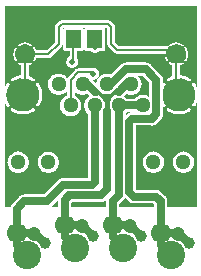
<source format=gbr>
G04 start of page 4 for group 2 idx 13 *
G04 Title: (unknown), jump *
G04 Creator: pcb 4.2.0 *
G04 CreationDate: Sun Aug 30 21:45:36 2020 UTC *
G04 For: commonadmin *
G04 Format: Gerber/RS-274X *
G04 PCB-Dimensions (mil): 11000.00 7000.00 *
G04 PCB-Coordinate-Origin: lower left *
%MOIN*%
%FSLAX25Y25*%
%LNBOTTOM*%
%ADD46C,0.0197*%
%ADD45C,0.0295*%
%ADD44C,0.0787*%
%ADD43C,0.0354*%
%ADD42C,0.0492*%
%ADD41C,0.0100*%
%ADD40C,0.0200*%
%ADD39C,0.0394*%
%ADD38C,0.0472*%
%ADD37C,0.0945*%
%ADD36C,0.0512*%
%ADD35C,0.1102*%
%ADD34C,0.0669*%
%ADD33C,0.0140*%
%ADD32C,0.0160*%
%ADD31C,0.0250*%
%ADD30C,0.0060*%
%ADD29C,0.0001*%
G54D29*G36*
X74487Y674004D02*X74514Y673800D01*
X74528Y673504D01*
X74514Y673208D01*
X74487Y673004D01*
Y674004D01*
G37*
G36*
Y689500D02*X78000D01*
Y662456D01*
X77860Y662789D01*
X77590Y663299D01*
X77277Y663782D01*
X77226Y663844D01*
X77166Y663896D01*
X77099Y663938D01*
X77026Y663969D01*
X76949Y663988D01*
X76869Y663995D01*
X76790Y663990D01*
X76712Y663972D01*
X76639Y663942D01*
X76571Y663901D01*
X76510Y663850D01*
X76457Y663790D01*
X76415Y663723D01*
X76384Y663650D01*
X76365Y663572D01*
X76358Y663493D01*
X76363Y663414D01*
X76381Y663336D01*
X76411Y663263D01*
X76453Y663195D01*
X76722Y662789D01*
X76950Y662359D01*
X77139Y661909D01*
X77287Y661445D01*
X77394Y660970D01*
X77459Y660487D01*
X77480Y660000D01*
X77459Y659513D01*
X77394Y659030D01*
X77287Y658555D01*
X77139Y658091D01*
X76950Y657641D01*
X76722Y657211D01*
X76457Y656802D01*
X76416Y656735D01*
X76386Y656662D01*
X76369Y656585D01*
X76363Y656507D01*
X76370Y656428D01*
X76389Y656352D01*
X76420Y656280D01*
X76462Y656213D01*
X76513Y656154D01*
X76574Y656103D01*
X76641Y656063D01*
X76714Y656033D01*
X76791Y656015D01*
X76869Y656010D01*
X76948Y656017D01*
X77024Y656036D01*
X77096Y656067D01*
X77163Y656109D01*
X77223Y656160D01*
X77272Y656221D01*
X77590Y656701D01*
X77860Y657211D01*
X78000Y657544D01*
Y622500D01*
X74487D01*
Y634086D01*
X74647Y634124D01*
X75164Y634339D01*
X75642Y634631D01*
X76068Y634995D01*
X76432Y635421D01*
X76724Y635899D01*
X76939Y636416D01*
X77069Y636961D01*
X77102Y637520D01*
X77069Y638078D01*
X76939Y638623D01*
X76724Y639140D01*
X76432Y639618D01*
X76068Y640044D01*
X75642Y640408D01*
X75164Y640701D01*
X74647Y640915D01*
X74487Y640953D01*
Y653995D01*
X74758Y654109D01*
X75267Y654378D01*
X75751Y654691D01*
X75812Y654742D01*
X75864Y654802D01*
X75907Y654870D01*
X75938Y654943D01*
X75957Y655020D01*
X75964Y655099D01*
X75958Y655178D01*
X75941Y655256D01*
X75911Y655330D01*
X75870Y655398D01*
X75819Y655459D01*
X75759Y655511D01*
X75691Y655553D01*
X75618Y655584D01*
X75541Y655604D01*
X75462Y655611D01*
X75382Y655605D01*
X75305Y655587D01*
X75231Y655558D01*
X75164Y655515D01*
X74758Y655246D01*
X74487Y655103D01*
Y664897D01*
X74758Y664754D01*
X75167Y664489D01*
X75233Y664447D01*
X75306Y664418D01*
X75383Y664400D01*
X75462Y664395D01*
X75540Y664402D01*
X75616Y664421D01*
X75689Y664451D01*
X75756Y664493D01*
X75815Y664545D01*
X75865Y664605D01*
X75906Y664673D01*
X75935Y664746D01*
X75953Y664822D01*
X75958Y664901D01*
X75952Y664979D01*
X75932Y665056D01*
X75902Y665128D01*
X75860Y665195D01*
X75808Y665254D01*
X75747Y665303D01*
X75267Y665622D01*
X74758Y665891D01*
X74487Y666005D01*
Y671352D01*
X74585Y671500D01*
X74749Y671809D01*
X74885Y672132D01*
X74992Y672465D01*
X75069Y672807D01*
X75116Y673154D01*
X75131Y673504D01*
X75116Y673854D01*
X75069Y674201D01*
X74992Y674543D01*
X74885Y674876D01*
X74749Y675199D01*
X74585Y675508D01*
X74487Y675659D01*
Y689500D01*
G37*
G36*
Y655103D02*X74327Y655018D01*
X73878Y654829D01*
X73538Y654721D01*
Y665279D01*
X73878Y665171D01*
X74327Y664982D01*
X74487Y664897D01*
Y655103D01*
G37*
G36*
Y640953D02*X74102Y641046D01*
X73543Y641090D01*
X73538Y641089D01*
Y653678D01*
X73678Y653710D01*
X74227Y653885D01*
X74487Y653995D01*
Y640953D01*
G37*
G36*
Y622500D02*X73538D01*
Y633950D01*
X73543Y633950D01*
X74102Y633994D01*
X74487Y634086D01*
Y622500D01*
G37*
G36*
X73538Y689500D02*X74487D01*
Y675659D01*
X74394Y675802D01*
X74364Y675839D01*
X74328Y675870D01*
X74287Y675895D01*
X74243Y675914D01*
X74197Y675925D01*
X74149Y675929D01*
X74102Y675926D01*
X74055Y675915D01*
X74011Y675897D01*
X73970Y675873D01*
X73934Y675842D01*
X73902Y675806D01*
X73877Y675765D01*
X73858Y675721D01*
X73847Y675675D01*
X73843Y675627D01*
X73846Y675580D01*
X73857Y675533D01*
X73875Y675489D01*
X73900Y675449D01*
X74065Y675202D01*
X74204Y674940D01*
X74319Y674666D01*
X74410Y674384D01*
X74475Y674094D01*
X74487Y674004D01*
Y673004D01*
X74475Y672913D01*
X74410Y672624D01*
X74319Y672341D01*
X74204Y672068D01*
X74065Y671806D01*
X73903Y671557D01*
X73878Y671517D01*
X73860Y671474D01*
X73849Y671428D01*
X73846Y671380D01*
X73850Y671333D01*
X73862Y671288D01*
X73880Y671244D01*
X73905Y671204D01*
X73936Y671168D01*
X73972Y671138D01*
X74012Y671114D01*
X74056Y671096D01*
X74102Y671085D01*
X74149Y671082D01*
X74196Y671086D01*
X74242Y671097D01*
X74286Y671116D01*
X74326Y671141D01*
X74361Y671171D01*
X74391Y671208D01*
X74487Y671352D01*
Y666005D01*
X74227Y666115D01*
X73678Y666290D01*
X73538Y666322D01*
Y670347D01*
X73547Y670357D01*
X73572Y670398D01*
X73591Y670442D01*
X73602Y670488D01*
X73607Y670536D01*
X73603Y670583D01*
X73592Y670630D01*
X73574Y670674D01*
X73550Y670715D01*
X73538Y670729D01*
Y676284D01*
X73547Y676295D01*
X73571Y676335D01*
X73589Y676379D01*
X73600Y676425D01*
X73603Y676472D01*
X73599Y676519D01*
X73588Y676565D01*
X73569Y676609D01*
X73544Y676649D01*
X73538Y676656D01*
Y689500D01*
G37*
G36*
Y670729D02*X73519Y670751D01*
X73483Y670783D01*
X73442Y670808D01*
X73399Y670827D01*
X73352Y670838D01*
X73305Y670842D01*
X73257Y670839D01*
X73211Y670828D01*
X73166Y670810D01*
X73126Y670785D01*
X72879Y670620D01*
X72617Y670481D01*
X72481Y670424D01*
Y673453D01*
X72485Y673504D01*
X72469Y673708D01*
X72469Y673708D01*
X72433Y673859D01*
X72421Y673907D01*
X72389Y673985D01*
X72343Y674096D01*
X72302Y674164D01*
X72236Y674270D01*
X72236Y674271D01*
X72103Y674426D01*
X72064Y674459D01*
X70640Y675883D01*
X70607Y675922D01*
X70452Y676055D01*
X70452Y676055D01*
X70345Y676120D01*
X70277Y676162D01*
X70166Y676208D01*
X70088Y676240D01*
X70040Y676252D01*
X69889Y676288D01*
X69889Y676288D01*
X69685Y676304D01*
X69634Y676300D01*
X69352D01*
X69483Y676388D01*
X69745Y676527D01*
X70019Y676642D01*
X70301Y676733D01*
X70591Y676798D01*
X70885Y676837D01*
X71181Y676850D01*
X71478Y676837D01*
X71772Y676798D01*
X72061Y676733D01*
X72344Y676642D01*
X72617Y676527D01*
X72879Y676388D01*
X73128Y676226D01*
X73168Y676201D01*
X73212Y676183D01*
X73257Y676172D01*
X73305Y676169D01*
X73352Y676173D01*
X73397Y676184D01*
X73441Y676203D01*
X73481Y676228D01*
X73517Y676259D01*
X73538Y676284D01*
Y670729D01*
G37*
G36*
Y666322D02*X73115Y666416D01*
X72544Y666493D01*
X72481Y666495D01*
Y669776D01*
X72553Y669800D01*
X72876Y669936D01*
X73185Y670100D01*
X73479Y670291D01*
X73516Y670321D01*
X73538Y670347D01*
Y666322D01*
G37*
G36*
Y622500D02*X68219D01*
Y624412D01*
X68225Y624500D01*
X68198Y624853D01*
X68115Y625197D01*
X68075Y625293D01*
X67979Y625525D01*
X67865Y625712D01*
X67794Y625827D01*
X67794Y625827D01*
X67564Y626096D01*
X67497Y626153D01*
X66122Y627529D01*
X66064Y627596D01*
X65795Y627826D01*
X65795Y627826D01*
X65680Y627896D01*
X65493Y628011D01*
X65262Y628107D01*
X65166Y628146D01*
X64822Y628229D01*
X64469Y628257D01*
X64380Y628250D01*
X63498D01*
Y633950D01*
X63504Y633950D01*
X64062Y633994D01*
X64607Y634124D01*
X65125Y634339D01*
X65602Y634631D01*
X66028Y634995D01*
X66392Y635421D01*
X66685Y635899D01*
X66899Y636416D01*
X67030Y636961D01*
X67063Y637520D01*
X67030Y638078D01*
X66899Y638623D01*
X66685Y639140D01*
X66392Y639618D01*
X66028Y640044D01*
X65602Y640408D01*
X65125Y640701D01*
X64607Y640915D01*
X64062Y641046D01*
X63504Y641090D01*
X63498Y641089D01*
Y649813D01*
X63666Y649854D01*
X63993Y649989D01*
X64295Y650174D01*
X64564Y650404D01*
X64622Y650471D01*
X65997Y651847D01*
X66064Y651904D01*
X66294Y652173D01*
X66294Y652173D01*
X66479Y652475D01*
X66615Y652803D01*
X66698Y653147D01*
X66725Y653500D01*
X66719Y653588D01*
Y656150D01*
X66771Y656104D01*
X66838Y656062D01*
X66911Y656031D01*
X66988Y656012D01*
X67068Y656005D01*
X67147Y656010D01*
X67225Y656028D01*
X67298Y656058D01*
X67366Y656099D01*
X67427Y656150D01*
X67480Y656210D01*
X67522Y656277D01*
X67553Y656350D01*
X67572Y656428D01*
X67579Y656507D01*
X67574Y656586D01*
X67556Y656664D01*
X67526Y656737D01*
X67484Y656805D01*
X67215Y657211D01*
X66987Y657641D01*
X66798Y658091D01*
X66719Y658339D01*
Y661661D01*
X66798Y661909D01*
X66987Y662359D01*
X67215Y662789D01*
X67480Y663198D01*
X67521Y663265D01*
X67551Y663338D01*
X67568Y663415D01*
X67574Y663493D01*
X67567Y663572D01*
X67548Y663648D01*
X67517Y663720D01*
X67475Y663787D01*
X67424Y663846D01*
X67363Y663897D01*
X67296Y663937D01*
X67223Y663967D01*
X67146Y663985D01*
X67068Y663990D01*
X66989Y663983D01*
X66913Y663964D01*
X66841Y663933D01*
X66774Y663891D01*
X66719Y663843D01*
Y664912D01*
X66725Y665000D01*
X66698Y665353D01*
X66615Y665697D01*
X66575Y665793D01*
X66479Y666025D01*
X66365Y666212D01*
X66294Y666327D01*
X66294Y666327D01*
X66064Y666596D01*
X65997Y666653D01*
X63498Y669152D01*
Y673700D01*
X67239D01*
X67231Y673504D01*
X67246Y673154D01*
X67293Y672807D01*
X67370Y672465D01*
X67477Y672132D01*
X67613Y671809D01*
X67777Y671500D01*
X67968Y671206D01*
X67998Y671169D01*
X68034Y671138D01*
X68075Y671113D01*
X68119Y671094D01*
X68165Y671083D01*
X68213Y671078D01*
X68260Y671082D01*
X68307Y671093D01*
X68351Y671111D01*
X68392Y671135D01*
X68429Y671166D01*
X68460Y671202D01*
X68485Y671243D01*
X68504Y671287D01*
X68515Y671333D01*
X68519Y671380D01*
X68516Y671428D01*
X68505Y671475D01*
X68487Y671519D01*
X68462Y671559D01*
X68297Y671806D01*
X68158Y672068D01*
X68043Y672341D01*
X67952Y672624D01*
X67887Y672913D01*
X67848Y673208D01*
X67835Y673504D01*
X67843Y673700D01*
X69147D01*
X69881Y672965D01*
Y670424D01*
X69745Y670481D01*
X69483Y670620D01*
X69234Y670782D01*
X69194Y670807D01*
X69151Y670825D01*
X69105Y670836D01*
X69058Y670839D01*
X69011Y670835D01*
X68965Y670823D01*
X68921Y670805D01*
X68881Y670780D01*
X68845Y670749D01*
X68815Y670713D01*
X68791Y670673D01*
X68773Y670629D01*
X68762Y670583D01*
X68759Y670536D01*
X68763Y670489D01*
X68774Y670443D01*
X68793Y670399D01*
X68818Y670359D01*
X68849Y670324D01*
X68885Y670294D01*
X69177Y670100D01*
X69486Y669936D01*
X69809Y669800D01*
X69881Y669776D01*
Y666169D01*
X69710Y666115D01*
X69179Y665891D01*
X68670Y665622D01*
X68186Y665309D01*
X68125Y665258D01*
X68073Y665198D01*
X68030Y665130D01*
X67999Y665057D01*
X67980Y664980D01*
X67973Y664901D01*
X67979Y664822D01*
X67996Y664744D01*
X68026Y664670D01*
X68067Y664602D01*
X68118Y664541D01*
X68178Y664489D01*
X68246Y664447D01*
X68319Y664416D01*
X68396Y664396D01*
X68475Y664389D01*
X68555Y664395D01*
X68632Y664413D01*
X68706Y664442D01*
X68773Y664485D01*
X69179Y664754D01*
X69610Y664982D01*
X69881Y665096D01*
Y660838D01*
X69877Y660787D01*
X69893Y660584D01*
X69893Y660583D01*
X69941Y660384D01*
X70019Y660195D01*
X70060Y660129D01*
X70126Y660021D01*
X70126Y660021D01*
X70259Y659865D01*
X70298Y659832D01*
X71049Y659081D01*
X71202Y658945D01*
X71376Y658838D01*
X71566Y658760D01*
X71765Y658712D01*
X71969Y658696D01*
X72172Y658712D01*
X72371Y658760D01*
X72561Y658838D01*
X72735Y658945D01*
X72891Y659078D01*
X73023Y659234D01*
X73130Y659408D01*
X73209Y659597D01*
X73256Y659796D01*
X73273Y660000D01*
X73256Y660204D01*
X73209Y660403D01*
X73130Y660592D01*
X73023Y660766D01*
X72888Y660919D01*
X72481Y661326D01*
Y665487D01*
X72938Y665426D01*
X73414Y665319D01*
X73538Y665279D01*
Y654721D01*
X73414Y654681D01*
X72938Y654574D01*
X72455Y654510D01*
X71969Y654488D01*
X71482Y654510D01*
X70999Y654574D01*
X70523Y654681D01*
X70059Y654829D01*
X69610Y655018D01*
X69179Y655246D01*
X68770Y655511D01*
X68704Y655553D01*
X68631Y655582D01*
X68554Y655600D01*
X68475Y655605D01*
X68397Y655598D01*
X68321Y655579D01*
X68248Y655549D01*
X68181Y655507D01*
X68122Y655455D01*
X68072Y655395D01*
X68031Y655327D01*
X68002Y655254D01*
X67984Y655178D01*
X67979Y655099D01*
X67985Y655021D01*
X68005Y654944D01*
X68035Y654872D01*
X68077Y654805D01*
X68129Y654746D01*
X68190Y654697D01*
X68670Y654378D01*
X69179Y654109D01*
X69710Y653885D01*
X70259Y653710D01*
X70822Y653584D01*
X71393Y653507D01*
X71969Y653482D01*
X72544Y653507D01*
X73115Y653584D01*
X73538Y653678D01*
Y641089D01*
X72985Y641046D01*
X72440Y640915D01*
X71923Y640701D01*
X71445Y640408D01*
X71019Y640044D01*
X70655Y639618D01*
X70362Y639140D01*
X70148Y638623D01*
X70017Y638078D01*
X69973Y637520D01*
X70017Y636961D01*
X70148Y636416D01*
X70362Y635899D01*
X70655Y635421D01*
X71019Y634995D01*
X71445Y634631D01*
X71923Y634339D01*
X72440Y634124D01*
X72985Y633994D01*
X73538Y633950D01*
Y622500D01*
G37*
G36*
X63498Y689500D02*X73538D01*
Y676656D01*
X73514Y676684D01*
X73477Y676714D01*
X73185Y676908D01*
X72876Y677072D01*
X72553Y677208D01*
X72220Y677315D01*
X71878Y677392D01*
X71531Y677439D01*
X71181Y677454D01*
X70831Y677439D01*
X70484Y677392D01*
X70142Y677315D01*
X69809Y677208D01*
X69486Y677072D01*
X69177Y676908D01*
X68883Y676717D01*
X68846Y676687D01*
X68815Y676651D01*
X68790Y676610D01*
X68771Y676566D01*
X68760Y676520D01*
X68756Y676472D01*
X68759Y676425D01*
X68770Y676378D01*
X68788Y676334D01*
X68808Y676300D01*
X63498D01*
Y689500D01*
G37*
G36*
Y669152D02*X62622Y670029D01*
X62564Y670096D01*
X62295Y670326D01*
X62295Y670326D01*
X62180Y670396D01*
X61993Y670511D01*
X61762Y670607D01*
X61666Y670646D01*
X61322Y670729D01*
X60969Y670757D01*
X60880Y670750D01*
X54557D01*
X54469Y670757D01*
X54115Y670729D01*
X53771Y670646D01*
X53444Y670511D01*
X53142Y670326D01*
X53142Y670326D01*
X52873Y670096D01*
X52815Y670029D01*
X49541Y666754D01*
X49095Y666939D01*
X48551Y667069D01*
X47992Y667113D01*
X47434Y667069D01*
X46889Y666939D01*
X46371Y666724D01*
X45982Y666485D01*
Y674556D01*
X46685Y674557D01*
X46838Y674594D01*
X46983Y674654D01*
X47117Y674736D01*
X47237Y674839D01*
X47339Y674958D01*
X47421Y675093D01*
X47482Y675238D01*
X47518Y675391D01*
X47528Y675548D01*
X47518Y681609D01*
X47482Y681762D01*
X47421Y681907D01*
X47339Y682042D01*
X47237Y682161D01*
X47192Y682200D01*
X47930D01*
X48169Y681962D01*
Y677051D01*
X48164Y677000D01*
X48181Y676796D01*
X48181Y676796D01*
X48228Y676597D01*
X48307Y676408D01*
X48347Y676342D01*
X48414Y676234D01*
X48414Y676233D01*
X48546Y676078D01*
X48585Y676045D01*
X50513Y674117D01*
X50546Y674078D01*
X50702Y673945D01*
X50702Y673945D01*
X50810Y673879D01*
X50876Y673838D01*
X51066Y673760D01*
X51265Y673712D01*
X51265Y673712D01*
X51469Y673696D01*
X51519Y673700D01*
X63498D01*
Y669152D01*
G37*
G36*
Y628250D02*X57900D01*
X57719Y628432D01*
Y649750D01*
X62880D01*
X62969Y649743D01*
X63321Y649771D01*
X63322Y649771D01*
X63498Y649813D01*
Y641089D01*
X62945Y641046D01*
X62401Y640915D01*
X61883Y640701D01*
X61406Y640408D01*
X60980Y640044D01*
X60616Y639618D01*
X60323Y639140D01*
X60109Y638623D01*
X59978Y638078D01*
X59934Y637520D01*
X59978Y636961D01*
X60109Y636416D01*
X60323Y635899D01*
X60616Y635421D01*
X60980Y634995D01*
X61406Y634631D01*
X61883Y634339D01*
X62401Y634124D01*
X62945Y633994D01*
X63498Y633950D01*
Y628250D01*
G37*
G36*
X45982Y689500D02*X63498D01*
Y676300D01*
X52007D01*
X50769Y677538D01*
Y682449D01*
X50773Y682500D01*
X50756Y682704D01*
X50756Y682704D01*
X50720Y682855D01*
X50709Y682903D01*
X50676Y682981D01*
X50630Y683092D01*
X50589Y683160D01*
X50523Y683266D01*
X50523Y683267D01*
X50391Y683422D01*
X50352Y683455D01*
X49424Y684383D01*
X49391Y684422D01*
X49235Y684555D01*
X49235Y684555D01*
X49128Y684620D01*
X49061Y684662D01*
X48950Y684708D01*
X48871Y684740D01*
X48824Y684752D01*
X48672Y684788D01*
X48672Y684788D01*
X48469Y684804D01*
X48418Y684800D01*
X45982D01*
Y689500D01*
G37*
G36*
X20786D02*X45982D01*
Y684800D01*
X33019D01*
X32969Y684804D01*
X32765Y684788D01*
X32566Y684740D01*
X32376Y684662D01*
X32202Y684555D01*
X32202Y684555D01*
X32046Y684422D01*
X32013Y684383D01*
X31085Y683455D01*
X31046Y683422D01*
X30914Y683266D01*
X30807Y683092D01*
X30728Y682903D01*
X30681Y682704D01*
X30681Y682704D01*
X30664Y682500D01*
X30669Y682449D01*
Y677538D01*
X27934Y674804D01*
X24515D01*
X24492Y674876D01*
X24356Y675199D01*
X24191Y675508D01*
X24001Y675802D01*
X23970Y675839D01*
X23934Y675870D01*
X23893Y675895D01*
X23850Y675914D01*
X23803Y675925D01*
X23756Y675929D01*
X23708Y675926D01*
X23662Y675915D01*
X23617Y675897D01*
X23576Y675873D01*
X23540Y675842D01*
X23509Y675806D01*
X23483Y675765D01*
X23465Y675721D01*
X23453Y675675D01*
X23449Y675627D01*
X23453Y675580D01*
X23463Y675533D01*
X23481Y675489D01*
X23507Y675449D01*
X23671Y675202D01*
X23810Y674940D01*
X23867Y674804D01*
X20838D01*
X20787Y674808D01*
X20786Y674808D01*
Y676850D01*
X20787Y676850D01*
X21084Y676837D01*
X21378Y676798D01*
X21667Y676733D01*
X21950Y676642D01*
X22223Y676527D01*
X22485Y676388D01*
X22734Y676226D01*
X22774Y676201D01*
X22818Y676183D01*
X22864Y676172D01*
X22911Y676169D01*
X22958Y676173D01*
X23004Y676184D01*
X23047Y676203D01*
X23087Y676228D01*
X23123Y676259D01*
X23153Y676295D01*
X23178Y676335D01*
X23196Y676379D01*
X23206Y676425D01*
X23210Y676472D01*
X23206Y676519D01*
X23194Y676565D01*
X23176Y676609D01*
X23151Y676649D01*
X23120Y676684D01*
X23083Y676714D01*
X22792Y676908D01*
X22482Y677072D01*
X22160Y677208D01*
X21826Y677315D01*
X21484Y677392D01*
X21137Y677439D01*
X20787Y677454D01*
X20786Y677454D01*
Y689500D01*
G37*
G36*
X25454Y660761D02*X25490Y660487D01*
X25512Y660000D01*
X25490Y659513D01*
X25454Y659239D01*
Y660761D01*
G37*
G36*
X37245Y659770D02*Y661243D01*
X37436Y661019D01*
X37862Y660655D01*
X38340Y660362D01*
X38857Y660148D01*
X39402Y660017D01*
X39961Y659973D01*
X40519Y660017D01*
X41064Y660148D01*
X41470Y660316D01*
X42227Y659559D01*
X41878Y659345D01*
X41452Y658981D01*
X41088Y658555D01*
X40795Y658077D01*
X40581Y657560D01*
X40450Y657015D01*
X40406Y656457D01*
X40450Y655898D01*
X40581Y655353D01*
X40795Y654836D01*
X41088Y654358D01*
X41452Y653932D01*
X41726Y653698D01*
Y632250D01*
X33557D01*
X33469Y632257D01*
X33115Y632229D01*
X32771Y632146D01*
X32444Y632011D01*
X32142Y631826D01*
X32142Y631826D01*
X31873Y631596D01*
X31815Y631529D01*
X27037Y626750D01*
X25454D01*
Y635621D01*
X25576Y635421D01*
X25940Y634995D01*
X26366Y634631D01*
X26844Y634339D01*
X27361Y634124D01*
X27906Y633994D01*
X28465Y633950D01*
X29023Y633994D01*
X29568Y634124D01*
X30085Y634339D01*
X30563Y634631D01*
X30989Y634995D01*
X31353Y635421D01*
X31645Y635899D01*
X31860Y636416D01*
X31991Y636961D01*
X32024Y637520D01*
X31991Y638078D01*
X31860Y638623D01*
X31645Y639140D01*
X31353Y639618D01*
X30989Y640044D01*
X30563Y640408D01*
X30085Y640701D01*
X29568Y640915D01*
X29023Y641046D01*
X28465Y641090D01*
X27906Y641046D01*
X27361Y640915D01*
X26844Y640701D01*
X26366Y640408D01*
X25940Y640044D01*
X25576Y639618D01*
X25454Y639418D01*
Y656448D01*
X25622Y656701D01*
X25891Y657211D01*
X26115Y657742D01*
X26290Y658291D01*
X26416Y658853D01*
X26493Y659424D01*
X26518Y660000D01*
X26493Y660576D01*
X26416Y661147D01*
X26290Y661709D01*
X26115Y662258D01*
X25891Y662789D01*
X25622Y663299D01*
X25454Y663558D01*
Y672204D01*
X28422D01*
X28472Y672200D01*
X28676Y672216D01*
X28676Y672216D01*
X28875Y672264D01*
X29064Y672342D01*
X29239Y672449D01*
X29395Y672582D01*
X29428Y672621D01*
X32852Y676045D01*
X32891Y676078D01*
X33023Y676233D01*
X33023Y676234D01*
X33130Y676408D01*
X33209Y676597D01*
X33256Y676796D01*
X33273Y677000D01*
X33269Y677051D01*
Y681962D01*
X33507Y682200D01*
X33660D01*
X33614Y682161D01*
X33512Y682042D01*
X33430Y681907D01*
X33370Y681762D01*
X33333Y681609D01*
X33324Y681452D01*
X33333Y675391D01*
X33370Y675238D01*
X33430Y675093D01*
X33512Y674958D01*
X33614Y674839D01*
X33734Y674736D01*
X33868Y674654D01*
X34014Y674594D01*
X34167Y674557D01*
X34324Y674548D01*
X35583Y674550D01*
Y672798D01*
X35558Y672788D01*
X35289Y672623D01*
X35050Y672419D01*
X34845Y672179D01*
X34681Y671911D01*
X34561Y671620D01*
X34487Y671314D01*
X34462Y671000D01*
X34487Y670686D01*
X34561Y670380D01*
X34681Y670089D01*
X34845Y669821D01*
X35050Y669581D01*
X35289Y669377D01*
X35558Y669212D01*
X35849Y669092D01*
X36155Y669019D01*
X36469Y668994D01*
X36782Y669019D01*
X37088Y669092D01*
X37379Y669212D01*
X37648Y669377D01*
X37887Y669581D01*
X38092Y669821D01*
X38256Y670089D01*
X38376Y670380D01*
X38450Y670686D01*
X38469Y671000D01*
X38450Y671314D01*
X38376Y671620D01*
X38256Y671911D01*
X38183Y672030D01*
Y674555D01*
X39599Y674557D01*
X39752Y674594D01*
X39897Y674654D01*
X40031Y674736D01*
X40151Y674839D01*
X40253Y674958D01*
X40335Y675093D01*
X40396Y675238D01*
X40426Y675363D01*
X40456Y675238D01*
X40516Y675093D01*
X40598Y674958D01*
X40700Y674839D01*
X40820Y674736D01*
X40954Y674654D01*
X41100Y674594D01*
X41253Y674557D01*
X41410Y674548D01*
X42587Y674550D01*
X42789Y674377D01*
X43058Y674212D01*
X43349Y674092D01*
X43655Y674019D01*
X43969Y673994D01*
X44282Y674019D01*
X44588Y674092D01*
X44879Y674212D01*
X45148Y674377D01*
X45356Y674555D01*
X45982Y674556D01*
Y666485D01*
X45894Y666432D01*
X45468Y666068D01*
X45104Y665642D01*
X44811Y665164D01*
X44597Y664647D01*
X44466Y664102D01*
X44436Y663715D01*
X43251Y664899D01*
X43203Y665015D01*
X43469Y664994D01*
X43782Y665019D01*
X44088Y665092D01*
X44379Y665212D01*
X44648Y665377D01*
X44887Y665581D01*
X45092Y665821D01*
X45256Y666089D01*
X45376Y666380D01*
X45450Y666686D01*
X45469Y667000D01*
X45450Y667314D01*
X45376Y667620D01*
X45256Y667911D01*
X45092Y668179D01*
X44887Y668419D01*
X44648Y668623D01*
X44379Y668788D01*
X44088Y668908D01*
X43782Y668981D01*
X43469Y669006D01*
X43155Y668981D01*
X42849Y668908D01*
X42588Y668800D01*
X38519D01*
X38469Y668804D01*
X38265Y668788D01*
X38066Y668740D01*
X37876Y668662D01*
X37702Y668555D01*
X37702Y668555D01*
X37546Y668422D01*
X37513Y668383D01*
X35062Y665932D01*
X35023Y665898D01*
X34890Y665743D01*
X34823Y665633D01*
X34817Y665642D01*
X34454Y666068D01*
X34028Y666432D01*
X33550Y666724D01*
X33032Y666939D01*
X32488Y667069D01*
X31929Y667113D01*
X31371Y667069D01*
X30826Y666939D01*
X30308Y666724D01*
X29831Y666432D01*
X29405Y666068D01*
X29041Y665642D01*
X28748Y665164D01*
X28534Y664647D01*
X28403Y664102D01*
X28359Y663543D01*
X28403Y662985D01*
X28534Y662440D01*
X28748Y661923D01*
X29041Y661445D01*
X29405Y661019D01*
X29831Y660655D01*
X30308Y660362D01*
X30826Y660148D01*
X31371Y660017D01*
X31929Y659973D01*
X32488Y660017D01*
X33032Y660148D01*
X33550Y660362D01*
X34028Y660655D01*
X34454Y661019D01*
X34645Y661243D01*
Y659770D01*
X34324Y659638D01*
X33846Y659345D01*
X33420Y658981D01*
X33057Y658555D01*
X32764Y658077D01*
X32550Y657560D01*
X32419Y657015D01*
X32375Y656457D01*
X32419Y655898D01*
X32550Y655353D01*
X32764Y654836D01*
X33057Y654358D01*
X33420Y653932D01*
X33846Y653568D01*
X34324Y653276D01*
X34842Y653061D01*
X35386Y652931D01*
X35945Y652887D01*
X36503Y652931D01*
X37048Y653061D01*
X37566Y653276D01*
X38043Y653568D01*
X38469Y653932D01*
X38833Y654358D01*
X39126Y654836D01*
X39340Y655353D01*
X39471Y655898D01*
X39504Y656457D01*
X39471Y657015D01*
X39340Y657560D01*
X39126Y658077D01*
X38833Y658555D01*
X38469Y658981D01*
X38043Y659345D01*
X37566Y659638D01*
X37245Y659770D01*
G37*
G36*
X25454Y626750D02*X20786D01*
Y634855D01*
X20950Y634995D01*
X21313Y635421D01*
X21606Y635899D01*
X21820Y636416D01*
X21951Y636961D01*
X21984Y637520D01*
X21951Y638078D01*
X21820Y638623D01*
X21606Y639140D01*
X21313Y639618D01*
X20950Y640044D01*
X20786Y640184D01*
Y653535D01*
X21147Y653584D01*
X21709Y653710D01*
X22258Y653885D01*
X22789Y654109D01*
X23299Y654378D01*
X23782Y654691D01*
X23844Y654742D01*
X23896Y654802D01*
X23938Y654870D01*
X23969Y654943D01*
X23988Y655020D01*
X23995Y655099D01*
X23990Y655178D01*
X23972Y655256D01*
X23942Y655330D01*
X23901Y655398D01*
X23850Y655459D01*
X23790Y655511D01*
X23723Y655553D01*
X23650Y655584D01*
X23572Y655604D01*
X23493Y655611D01*
X23414Y655605D01*
X23336Y655587D01*
X23263Y655558D01*
X23195Y655515D01*
X22789Y655246D01*
X22359Y655018D01*
X21909Y654829D01*
X21445Y654681D01*
X20970Y654574D01*
X20786Y654550D01*
Y658962D01*
X20919Y659081D01*
X21671Y659832D01*
X21709Y659865D01*
X21842Y660021D01*
X21842Y660021D01*
X21949Y660195D01*
X22028Y660384D01*
X22075Y660583D01*
X22091Y660787D01*
X22087Y660838D01*
Y665096D01*
X22359Y664982D01*
X22789Y664754D01*
X23198Y664489D01*
X23265Y664447D01*
X23338Y664418D01*
X23415Y664400D01*
X23493Y664395D01*
X23572Y664402D01*
X23648Y664421D01*
X23720Y664451D01*
X23787Y664493D01*
X23846Y664545D01*
X23897Y664605D01*
X23937Y664673D01*
X23967Y664746D01*
X23985Y664822D01*
X23990Y664901D01*
X23983Y664979D01*
X23964Y665056D01*
X23933Y665128D01*
X23891Y665195D01*
X23840Y665254D01*
X23779Y665303D01*
X23299Y665622D01*
X22789Y665891D01*
X22258Y666115D01*
X22087Y666169D01*
Y669776D01*
X22160Y669800D01*
X22482Y669936D01*
X22792Y670100D01*
X23085Y670291D01*
X23122Y670321D01*
X23153Y670357D01*
X23179Y670398D01*
X23197Y670442D01*
X23209Y670488D01*
X23213Y670536D01*
X23209Y670583D01*
X23199Y670630D01*
X23181Y670674D01*
X23156Y670715D01*
X23125Y670751D01*
X23089Y670783D01*
X23049Y670808D01*
X23005Y670827D01*
X22958Y670838D01*
X22911Y670842D01*
X22863Y670839D01*
X22817Y670828D01*
X22773Y670810D01*
X22732Y670785D01*
X22485Y670620D01*
X22223Y670481D01*
X22087Y670424D01*
Y672204D01*
X23867D01*
X23810Y672068D01*
X23671Y671806D01*
X23509Y671557D01*
X23484Y671517D01*
X23466Y671474D01*
X23456Y671428D01*
X23452Y671380D01*
X23456Y671333D01*
X23468Y671288D01*
X23486Y671244D01*
X23511Y671204D01*
X23542Y671168D01*
X23578Y671138D01*
X23619Y671114D01*
X23663Y671096D01*
X23708Y671085D01*
X23756Y671082D01*
X23803Y671086D01*
X23848Y671097D01*
X23892Y671116D01*
X23932Y671141D01*
X23968Y671171D01*
X23997Y671208D01*
X24191Y671500D01*
X24356Y671809D01*
X24492Y672132D01*
X24515Y672204D01*
X25454D01*
Y663558D01*
X25309Y663782D01*
X25258Y663844D01*
X25198Y663896D01*
X25130Y663938D01*
X25057Y663969D01*
X24980Y663988D01*
X24901Y663995D01*
X24822Y663990D01*
X24744Y663972D01*
X24670Y663942D01*
X24602Y663901D01*
X24541Y663850D01*
X24489Y663790D01*
X24447Y663723D01*
X24416Y663650D01*
X24396Y663572D01*
X24389Y663493D01*
X24395Y663414D01*
X24413Y663336D01*
X24442Y663263D01*
X24485Y663195D01*
X24754Y662789D01*
X24982Y662359D01*
X25171Y661909D01*
X25319Y661445D01*
X25426Y660970D01*
X25454Y660761D01*
Y659239D01*
X25426Y659030D01*
X25319Y658555D01*
X25171Y658091D01*
X24982Y657641D01*
X24754Y657211D01*
X24489Y656802D01*
X24447Y656735D01*
X24418Y656662D01*
X24400Y656585D01*
X24395Y656507D01*
X24402Y656428D01*
X24421Y656352D01*
X24451Y656280D01*
X24493Y656213D01*
X24545Y656154D01*
X24605Y656103D01*
X24673Y656063D01*
X24746Y656033D01*
X24822Y656015D01*
X24901Y656010D01*
X24979Y656017D01*
X25056Y656036D01*
X25128Y656067D01*
X25195Y656109D01*
X25254Y656160D01*
X25303Y656221D01*
X25454Y656448D01*
Y639418D01*
X25284Y639140D01*
X25069Y638623D01*
X24938Y638078D01*
X24895Y637520D01*
X24938Y636961D01*
X25069Y636416D01*
X25284Y635899D01*
X25454Y635621D01*
Y626750D01*
G37*
G36*
X17481Y653995D02*X17742Y653885D01*
X18291Y653710D01*
X18853Y653584D01*
X19424Y653507D01*
X20000Y653482D01*
X20576Y653507D01*
X20786Y653535D01*
Y640184D01*
X20524Y640408D01*
X20046Y640701D01*
X19528Y640915D01*
X18984Y641046D01*
X18425Y641090D01*
X17867Y641046D01*
X17481Y640953D01*
Y653995D01*
G37*
G36*
Y664897D02*X17641Y664982D01*
X18091Y665171D01*
X18555Y665319D01*
X19030Y665426D01*
X19487Y665487D01*
Y661326D01*
X19081Y660919D01*
X18945Y660766D01*
X18838Y660592D01*
X18760Y660403D01*
X18712Y660204D01*
X18696Y660000D01*
X18712Y659796D01*
X18760Y659597D01*
X18838Y659408D01*
X18945Y659234D01*
X19078Y659078D01*
X19234Y658945D01*
X19408Y658838D01*
X19597Y658760D01*
X19796Y658712D01*
X20000Y658696D01*
X20204Y658712D01*
X20403Y658760D01*
X20592Y658838D01*
X20766Y658945D01*
X20786Y658962D01*
Y654550D01*
X20487Y654510D01*
X20000Y654488D01*
X19513Y654510D01*
X19030Y654574D01*
X18555Y654681D01*
X18091Y654829D01*
X17641Y655018D01*
X17481Y655103D01*
Y664897D01*
G37*
G36*
Y689500D02*X20786D01*
Y677454D01*
X20437Y677439D01*
X20090Y677392D01*
X19749Y677315D01*
X19415Y677208D01*
X19092Y677072D01*
X18783Y676908D01*
X18489Y676717D01*
X18453Y676687D01*
X18421Y676651D01*
X18396Y676610D01*
X18378Y676566D01*
X18366Y676520D01*
X18362Y676472D01*
X18365Y676425D01*
X18376Y676378D01*
X18394Y676334D01*
X18419Y676293D01*
X18449Y676256D01*
X18485Y676225D01*
X18526Y676200D01*
X18570Y676181D01*
X18616Y676170D01*
X18664Y676166D01*
X18711Y676169D01*
X18758Y676180D01*
X18802Y676198D01*
X18843Y676223D01*
X19089Y676388D01*
X19352Y676527D01*
X19625Y676642D01*
X19907Y676733D01*
X20197Y676798D01*
X20491Y676837D01*
X20786Y676850D01*
Y674808D01*
X20583Y674792D01*
X20384Y674744D01*
X20195Y674666D01*
X20021Y674559D01*
X19865Y674426D01*
X19732Y674270D01*
X19626Y674096D01*
X19547Y673907D01*
X19499Y673708D01*
X19483Y673504D01*
X19487Y673453D01*
Y670424D01*
X19352Y670481D01*
X19089Y670620D01*
X18841Y670782D01*
X18801Y670807D01*
X18757Y670825D01*
X18711Y670836D01*
X18664Y670839D01*
X18617Y670835D01*
X18571Y670823D01*
X18528Y670805D01*
X18487Y670780D01*
X18452Y670749D01*
X18421Y670713D01*
X18397Y670673D01*
X18379Y670629D01*
X18369Y670583D01*
X18365Y670536D01*
X18369Y670489D01*
X18381Y670443D01*
X18399Y670399D01*
X18424Y670359D01*
X18455Y670324D01*
X18492Y670294D01*
X18783Y670100D01*
X19092Y669936D01*
X19415Y669800D01*
X19487Y669776D01*
Y666495D01*
X19424Y666493D01*
X18853Y666416D01*
X18291Y666290D01*
X17742Y666115D01*
X17481Y666005D01*
Y671349D01*
X17574Y671206D01*
X17605Y671169D01*
X17641Y671138D01*
X17681Y671113D01*
X17725Y671094D01*
X17772Y671083D01*
X17819Y671078D01*
X17867Y671082D01*
X17913Y671093D01*
X17958Y671111D01*
X17998Y671135D01*
X18035Y671166D01*
X18066Y671202D01*
X18091Y671243D01*
X18110Y671287D01*
X18122Y671333D01*
X18126Y671380D01*
X18122Y671428D01*
X18111Y671475D01*
X18094Y671519D01*
X18068Y671559D01*
X17904Y671806D01*
X17765Y672068D01*
X17649Y672341D01*
X17559Y672624D01*
X17493Y672913D01*
X17481Y673004D01*
Y674004D01*
X17493Y674094D01*
X17559Y674384D01*
X17649Y674666D01*
X17765Y674940D01*
X17904Y675202D01*
X18065Y675451D01*
X18091Y675491D01*
X18108Y675534D01*
X18119Y675580D01*
X18122Y675627D01*
X18118Y675674D01*
X18107Y675720D01*
X18089Y675764D01*
X18064Y675804D01*
X18033Y675840D01*
X17996Y675870D01*
X17956Y675894D01*
X17912Y675912D01*
X17866Y675923D01*
X17819Y675926D01*
X17772Y675922D01*
X17726Y675911D01*
X17683Y675892D01*
X17643Y675867D01*
X17607Y675836D01*
X17577Y675800D01*
X17481Y675655D01*
Y689500D01*
G37*
G36*
X20786Y626750D02*X20557D01*
X20469Y626757D01*
X20115Y626729D01*
X19771Y626646D01*
X19444Y626511D01*
X19142Y626326D01*
X19142Y626326D01*
X18873Y626096D01*
X18815Y626029D01*
X17481Y624695D01*
Y634086D01*
X17867Y633994D01*
X18425Y633950D01*
X18984Y633994D01*
X19528Y634124D01*
X20046Y634339D01*
X20524Y634631D01*
X20786Y634855D01*
Y626750D01*
G37*
G36*
X17481Y673004D02*X17454Y673208D01*
X17441Y673504D01*
X17454Y673800D01*
X17481Y674004D01*
Y673004D01*
G37*
G36*
Y624695D02*X16440Y623653D01*
X16373Y623596D01*
X16143Y623327D01*
X15958Y623025D01*
X15822Y622697D01*
X15775Y622500D01*
X14000D01*
Y657469D01*
X14109Y657211D01*
X14378Y656701D01*
X14691Y656218D01*
X14742Y656156D01*
X14802Y656104D01*
X14870Y656062D01*
X14943Y656031D01*
X15020Y656012D01*
X15099Y656005D01*
X15178Y656010D01*
X15256Y656028D01*
X15330Y656058D01*
X15398Y656099D01*
X15459Y656150D01*
X15511Y656210D01*
X15553Y656277D01*
X15584Y656350D01*
X15604Y656428D01*
X15611Y656507D01*
X15605Y656586D01*
X15587Y656664D01*
X15558Y656737D01*
X15515Y656805D01*
X15246Y657211D01*
X15018Y657641D01*
X14829Y658091D01*
X14681Y658555D01*
X14574Y659030D01*
X14510Y659513D01*
X14488Y660000D01*
X14510Y660487D01*
X14574Y660970D01*
X14681Y661445D01*
X14829Y661909D01*
X15018Y662359D01*
X15246Y662789D01*
X15511Y663198D01*
X15553Y663265D01*
X15582Y663338D01*
X15600Y663415D01*
X15605Y663493D01*
X15598Y663572D01*
X15579Y663648D01*
X15549Y663720D01*
X15507Y663787D01*
X15455Y663846D01*
X15395Y663897D01*
X15327Y663937D01*
X15254Y663967D01*
X15178Y663985D01*
X15099Y663990D01*
X15021Y663983D01*
X14944Y663964D01*
X14872Y663933D01*
X14805Y663891D01*
X14746Y663840D01*
X14697Y663779D01*
X14378Y663299D01*
X14109Y662789D01*
X14000Y662531D01*
Y689500D01*
X17481D01*
Y675655D01*
X17383Y675508D01*
X17219Y675199D01*
X17083Y674876D01*
X16976Y674543D01*
X16899Y674201D01*
X16853Y673854D01*
X16837Y673504D01*
X16853Y673154D01*
X16899Y672807D01*
X16976Y672465D01*
X17083Y672132D01*
X17219Y671809D01*
X17383Y671500D01*
X17481Y671349D01*
Y666005D01*
X17211Y665891D01*
X16701Y665622D01*
X16218Y665309D01*
X16156Y665258D01*
X16104Y665198D01*
X16062Y665130D01*
X16031Y665057D01*
X16012Y664980D01*
X16005Y664901D01*
X16010Y664822D01*
X16028Y664744D01*
X16058Y664670D01*
X16099Y664602D01*
X16150Y664541D01*
X16210Y664489D01*
X16277Y664447D01*
X16350Y664416D01*
X16428Y664396D01*
X16507Y664389D01*
X16586Y664395D01*
X16664Y664413D01*
X16737Y664442D01*
X16805Y664485D01*
X17211Y664754D01*
X17481Y664897D01*
Y655103D01*
X17211Y655246D01*
X16802Y655511D01*
X16735Y655553D01*
X16662Y655582D01*
X16585Y655600D01*
X16507Y655605D01*
X16428Y655598D01*
X16352Y655579D01*
X16280Y655549D01*
X16213Y655507D01*
X16154Y655455D01*
X16103Y655395D01*
X16063Y655327D01*
X16033Y655254D01*
X16015Y655178D01*
X16010Y655099D01*
X16017Y655021D01*
X16036Y654944D01*
X16067Y654872D01*
X16109Y654805D01*
X16160Y654746D01*
X16221Y654697D01*
X16701Y654378D01*
X17211Y654109D01*
X17481Y653995D01*
Y640953D01*
X17322Y640915D01*
X16804Y640701D01*
X16327Y640408D01*
X15901Y640044D01*
X15537Y639618D01*
X15244Y639140D01*
X15030Y638623D01*
X14899Y638078D01*
X14855Y637520D01*
X14899Y636961D01*
X15030Y636416D01*
X15244Y635899D01*
X15537Y635421D01*
X15901Y634995D01*
X16327Y634631D01*
X16804Y634339D01*
X17322Y634124D01*
X17481Y634086D01*
Y624695D01*
G37*
G36*
X45719Y629432D02*X45037Y628750D01*
X44900D01*
X45505Y629355D01*
X45572Y629412D01*
X45719Y629583D01*
Y629432D01*
G37*
G36*
X47719Y622500D02*X36175D01*
Y624025D01*
X36400Y624250D01*
X45880D01*
X45969Y624243D01*
X46321Y624271D01*
X46322Y624271D01*
X46666Y624354D01*
X46993Y624489D01*
X47295Y624674D01*
X47564Y624904D01*
X47622Y624971D01*
X47814Y625163D01*
X47739Y624853D01*
X47739Y624853D01*
X47712Y624500D01*
X47719Y624412D01*
Y622500D01*
G37*
G36*
X63719D02*X52219D01*
Y623568D01*
X53536Y624886D01*
X53604Y624943D01*
X53834Y625213D01*
X53834Y625213D01*
X54019Y625515D01*
X54093Y625694D01*
X55315Y624471D01*
X55373Y624404D01*
X55642Y624174D01*
X55642Y624174D01*
X55829Y624059D01*
X55944Y623989D01*
X56271Y623854D01*
X56615Y623771D01*
X56615D01*
X56969Y623743D01*
X57057Y623750D01*
X63537D01*
X63719Y623568D01*
Y622500D01*
G37*
G36*
X31675D02*X29011D01*
X29295Y622674D01*
X29564Y622904D01*
X29622Y622971D01*
X31673Y625023D01*
X31668Y624957D01*
X31675Y624869D01*
Y622500D01*
G37*
G36*
X54767Y654207D02*X56022D01*
X55771Y654146D01*
X55444Y654011D01*
X55142Y653826D01*
X55142Y653826D01*
X54873Y653596D01*
X54815Y653529D01*
X54258Y652971D01*
Y653698D01*
X54532Y653932D01*
X54767Y654207D01*
G37*
G36*
X62219Y664068D02*Y659276D01*
X62138Y659345D01*
X61660Y659638D01*
X61143Y659852D01*
X60598Y659983D01*
X60039Y660027D01*
X59481Y659983D01*
X58936Y659852D01*
X58419Y659638D01*
X57941Y659345D01*
X57515Y658981D01*
X57281Y658707D01*
X54767D01*
X54532Y658981D01*
X54106Y659345D01*
X53728Y659577D01*
X54481Y660330D01*
X54920Y660148D01*
X55465Y660017D01*
X56024Y659973D01*
X56582Y660017D01*
X57127Y660148D01*
X57644Y660362D01*
X58122Y660655D01*
X58548Y661019D01*
X58912Y661445D01*
X59205Y661923D01*
X59419Y662440D01*
X59550Y662985D01*
X59583Y663543D01*
X59550Y664102D01*
X59419Y664647D01*
X59205Y665164D01*
X58912Y665642D01*
X58548Y666068D01*
X58335Y666250D01*
X60037D01*
X62219Y664068D01*
G37*
G36*
X40746Y682200D02*X40700Y682161D01*
X40598Y682042D01*
X40516Y681907D01*
X40456Y681762D01*
X40426Y681637D01*
X40396Y681762D01*
X40335Y681907D01*
X40253Y682042D01*
X40151Y682161D01*
X40106Y682200D01*
X40746D01*
G37*
G54D30*X20787Y673504D02*Y660787D01*
X20000Y660000D01*
X35945Y656457D02*Y664976D01*
X38469Y667500D01*
X42969D01*
X43469Y667000D01*
G54D31*X39961Y663543D02*X41425D01*
G54D30*X20787Y673504D02*X28472D01*
X31969Y677000D01*
Y682500D01*
X32969Y683500D01*
X36883Y678500D02*Y671414D01*
X36469Y671000D01*
X71181Y673504D02*Y660787D01*
X69685Y675000D02*X71181Y673504D01*
Y660787D02*X71969Y660000D01*
G54D31*X64469Y665000D02*Y653500D01*
X62969Y652000D01*
X60039Y656457D02*X52008D01*
X62969Y652000D02*X56469D01*
X55469Y651000D01*
X43976Y656457D02*Y631008D01*
X42969Y630000D01*
X47969Y628500D02*Y654500D01*
G54D32*X47961Y658043D02*Y652543D01*
G54D31*X42969Y630000D02*X33469D01*
X35469Y626500D02*X45969D01*
X47969Y628500D01*
X33469Y630000D02*X27969Y624500D01*
X33925Y624957D02*X35469Y626500D01*
X55469Y651000D02*Y627500D01*
X56969Y626000D01*
X64469D01*
X65969Y624500D01*
X52008Y656457D02*Y626539D01*
X49969Y624500D01*
G54D30*X43969Y676000D02*Y678500D01*
X32969Y683500D02*X48469D01*
X49469Y682500D01*
Y677000D01*
X51469Y675000D01*
X69685D01*
G54D31*X41425Y663543D02*X43969Y661000D01*
G54D32*X43961Y660543D02*X44461D01*
G54D31*X56024Y663543D02*X54512D01*
X49512D02*X54469Y668500D01*
X60969D01*
X64469Y665000D01*
X54512Y663543D02*X51969Y661000D01*
X47992Y663543D02*X49512D01*
X47969Y658500D02*Y659000D01*
G54D33*X47961Y659543D02*X49461D01*
X51461Y661543D01*
X51961Y660543D02*X50461D01*
X44976Y661043D02*X45976Y660043D01*
Y660028D02*X47961Y658043D01*
G54D32*Y659543D02*X46961D01*
G54D31*X71831Y613587D02*X72224D01*
X75374Y610437D01*
X65925Y613980D02*X71488D01*
X65969D02*Y610000D01*
X69469Y606500D01*
X65969Y624500D02*Y614024D01*
X65925Y613980D01*
X39831Y616087D02*X40224D01*
X55831D02*X56224D01*
X59374Y612937D01*
X49925Y616480D02*X55488D01*
X49969Y612500D02*X53469Y609000D01*
X40224Y616087D02*X43374Y612937D01*
X33969Y612500D02*X37469Y609000D01*
X49969Y612500D02*Y624500D01*
X33925Y616480D02*Y624957D01*
X23831Y613587D02*X24224D01*
X27374Y610437D01*
X23488Y613980D02*X23882Y613587D01*
X33925Y616480D02*X39488D01*
X33969D02*Y612500D01*
X27969Y624500D02*X20469D01*
X17969Y622000D01*
Y614024D01*
X17925Y613980D02*X23488D01*
X17969D02*Y610000D01*
X21469Y606500D01*
X17969Y614024D02*X17925Y613980D01*
G54D34*X33925Y616480D03*
X20787Y673504D03*
G54D35*X20000Y660000D03*
G54D36*X31929Y663543D03*
X18425Y637520D03*
X28465D03*
X63504D03*
X73543D03*
G54D34*X71181Y673504D03*
G54D35*X71969Y660000D03*
G54D36*X47992Y663543D03*
X56024D03*
X39961D03*
X43976Y656457D03*
X35945D03*
X52008D03*
X60039D03*
G54D37*X69469Y606500D03*
G54D34*X65925Y613980D03*
G54D38*X71831Y613587D03*
G54D37*X53469Y609000D03*
G54D34*X49925Y616480D03*
G54D38*X55831Y616087D03*
G54D39*X59374Y612937D03*
X75374Y610437D03*
G54D37*X37469Y609000D03*
X21469Y606500D03*
G54D34*X17925Y613980D03*
G54D38*X23831Y613587D03*
G54D39*X27374Y610437D03*
G54D38*X39831Y616087D03*
G54D39*X43374Y612937D03*
G54D29*G36*
X39442Y681452D02*X34324D01*
Y675548D01*
X39442D01*
Y681452D01*
G37*
G36*
X46528D02*X41410D01*
Y675548D01*
X46528D01*
Y681452D01*
G37*
G54D40*X43469Y667000D03*
X36469Y671000D03*
X43969Y676000D03*
G54D41*G54D42*G54D36*G54D37*G54D43*G54D36*G54D37*G54D43*G54D44*G54D42*G54D45*G54D44*G54D42*G54D45*G54D46*G54D44*G54D42*G54D45*G54D46*G54D45*G54D46*M02*

</source>
